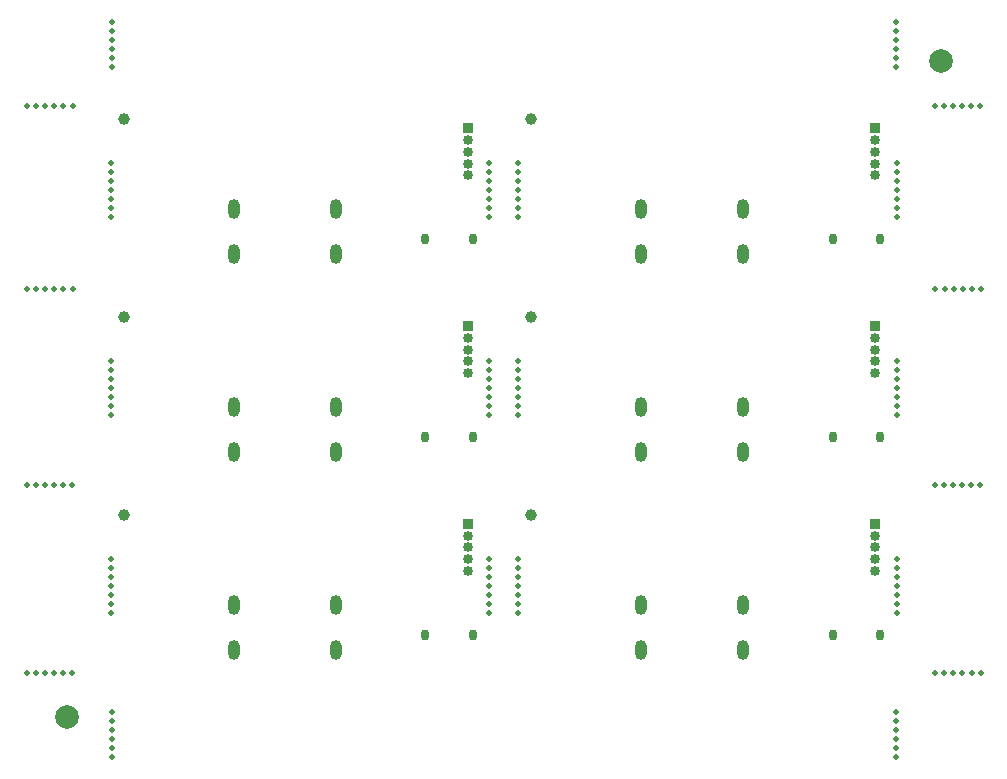
<source format=gbr>
%TF.GenerationSoftware,KiCad,Pcbnew,(5.1.9)-1*%
%TF.CreationDate,2021-11-10T23:35:07-06:00*%
%TF.ProjectId,CC_BT_PANELIZED,43435f42-545f-4504-914e-454c495a4544,000*%
%TF.SameCoordinates,Original*%
%TF.FileFunction,Soldermask,Bot*%
%TF.FilePolarity,Negative*%
%FSLAX46Y46*%
G04 Gerber Fmt 4.6, Leading zero omitted, Abs format (unit mm)*
G04 Created by KiCad (PCBNEW (5.1.9)-1) date 2021-11-10 23:35:07*
%MOMM*%
%LPD*%
G01*
G04 APERTURE LIST*
%ADD10O,1.000000X1.700000*%
%ADD11O,0.850000X0.850000*%
%ADD12R,0.850000X0.850000*%
%ADD13O,0.700000X0.950000*%
%ADD14C,1.000000*%
%ADD15C,0.500000*%
%ADD16C,2.000000*%
G04 APERTURE END LIST*
D10*
%TO.C,J1*%
X122160000Y-83990000D03*
X113520000Y-80190000D03*
X122160000Y-80190000D03*
X113520000Y-83990000D03*
%TD*%
%TO.C,J1*%
X87660000Y-83990000D03*
X79020000Y-80190000D03*
X87660000Y-80190000D03*
X79020000Y-83990000D03*
%TD*%
%TO.C,J1*%
X122160000Y-67240000D03*
X113520000Y-63440000D03*
X122160000Y-63440000D03*
X113520000Y-67240000D03*
%TD*%
%TO.C,J1*%
X87660000Y-67240000D03*
X79020000Y-63440000D03*
X87660000Y-63440000D03*
X79020000Y-67240000D03*
%TD*%
%TO.C,J1*%
X122160000Y-50490000D03*
X113520000Y-46690000D03*
X122160000Y-46690000D03*
X113520000Y-50490000D03*
%TD*%
D11*
%TO.C,J3*%
X133350000Y-77330000D03*
X133350000Y-76330000D03*
X133350000Y-75330000D03*
X133350000Y-74330000D03*
D12*
X133350000Y-73330000D03*
%TD*%
D11*
%TO.C,J3*%
X98850000Y-77330000D03*
X98850000Y-76330000D03*
X98850000Y-75330000D03*
X98850000Y-74330000D03*
D12*
X98850000Y-73330000D03*
%TD*%
D11*
%TO.C,J3*%
X133350000Y-60580000D03*
X133350000Y-59580000D03*
X133350000Y-58580000D03*
X133350000Y-57580000D03*
D12*
X133350000Y-56580000D03*
%TD*%
D11*
%TO.C,J3*%
X98850000Y-60580000D03*
X98850000Y-59580000D03*
X98850000Y-58580000D03*
X98850000Y-57580000D03*
D12*
X98850000Y-56580000D03*
%TD*%
D11*
%TO.C,J3*%
X133350000Y-43830000D03*
X133350000Y-42830000D03*
X133350000Y-41830000D03*
X133350000Y-40830000D03*
D12*
X133350000Y-39830000D03*
%TD*%
D13*
%TO.C,SW1*%
X129735000Y-82730000D03*
X133785000Y-82730000D03*
%TD*%
%TO.C,SW1*%
X95235000Y-82730000D03*
X99285000Y-82730000D03*
%TD*%
%TO.C,SW1*%
X129735000Y-65980000D03*
X133785000Y-65980000D03*
%TD*%
%TO.C,SW1*%
X95235000Y-65980000D03*
X99285000Y-65980000D03*
%TD*%
%TO.C,SW1*%
X129735000Y-49230000D03*
X133785000Y-49230000D03*
%TD*%
D14*
%TO.C,REF\u002A\u002A*%
X104220000Y-72550000D03*
%TD*%
%TO.C,REF\u002A\u002A*%
X69720000Y-72550000D03*
%TD*%
%TO.C,REF\u002A\u002A*%
X104220000Y-55800000D03*
%TD*%
%TO.C,REF\u002A\u002A*%
X69720000Y-55800000D03*
%TD*%
%TO.C,REF\u002A\u002A*%
X104220000Y-39050000D03*
%TD*%
D15*
%TO.C,REF\u002A\u002A*%
X135175000Y-79340000D03*
%TD*%
%TO.C,REF\u002A\u002A*%
X135175000Y-62590000D03*
%TD*%
%TO.C,REF\u002A\u002A*%
X135175000Y-77810000D03*
%TD*%
%TO.C,REF\u002A\u002A*%
X135175000Y-61060000D03*
%TD*%
%TO.C,REF\u002A\u002A*%
X135175000Y-80870000D03*
%TD*%
%TO.C,REF\u002A\u002A*%
X135175000Y-64120000D03*
%TD*%
%TO.C,REF\u002A\u002A*%
X135175000Y-78575000D03*
%TD*%
%TO.C,REF\u002A\u002A*%
X135175000Y-61825000D03*
%TD*%
%TO.C,REF\u002A\u002A*%
X135175000Y-80105000D03*
%TD*%
%TO.C,REF\u002A\u002A*%
X135175000Y-63355000D03*
%TD*%
%TO.C,REF\u002A\u002A*%
X135175000Y-76280000D03*
%TD*%
%TO.C,REF\u002A\u002A*%
X135175000Y-59530000D03*
%TD*%
%TO.C,REF\u002A\u002A*%
X68625000Y-77045000D03*
%TD*%
%TO.C,REF\u002A\u002A*%
X68625000Y-60295000D03*
%TD*%
%TO.C,REF\u002A\u002A*%
X68625000Y-77810000D03*
%TD*%
%TO.C,REF\u002A\u002A*%
X68625000Y-61060000D03*
%TD*%
%TO.C,REF\u002A\u002A*%
X68625000Y-79340000D03*
%TD*%
%TO.C,REF\u002A\u002A*%
X68625000Y-62590000D03*
%TD*%
%TO.C,REF\u002A\u002A*%
X68625000Y-78575000D03*
%TD*%
%TO.C,REF\u002A\u002A*%
X68625000Y-61825000D03*
%TD*%
%TO.C,REF\u002A\u002A*%
X103125000Y-76280000D03*
%TD*%
%TO.C,REF\u002A\u002A*%
X103125000Y-59530000D03*
%TD*%
%TO.C,REF\u002A\u002A*%
X103125000Y-78575000D03*
%TD*%
%TO.C,REF\u002A\u002A*%
X103125000Y-61825000D03*
%TD*%
%TO.C,REF\u002A\u002A*%
X103125000Y-77045000D03*
%TD*%
%TO.C,REF\u002A\u002A*%
X103125000Y-60295000D03*
%TD*%
%TO.C,REF\u002A\u002A*%
X68625000Y-76280000D03*
%TD*%
%TO.C,REF\u002A\u002A*%
X68625000Y-59530000D03*
%TD*%
%TO.C,REF\u002A\u002A*%
X135175000Y-77045000D03*
%TD*%
%TO.C,REF\u002A\u002A*%
X135175000Y-60295000D03*
%TD*%
%TO.C,REF\u002A\u002A*%
X68625000Y-80105000D03*
%TD*%
%TO.C,REF\u002A\u002A*%
X68625000Y-63355000D03*
%TD*%
%TO.C,REF\u002A\u002A*%
X68625000Y-80870000D03*
%TD*%
%TO.C,REF\u002A\u002A*%
X68625000Y-64120000D03*
%TD*%
%TO.C,REF\u002A\u002A*%
X100675000Y-77045000D03*
%TD*%
%TO.C,REF\u002A\u002A*%
X100675000Y-60295000D03*
%TD*%
%TO.C,REF\u002A\u002A*%
X100675000Y-78575000D03*
%TD*%
%TO.C,REF\u002A\u002A*%
X100675000Y-61825000D03*
%TD*%
%TO.C,REF\u002A\u002A*%
X100675000Y-80105000D03*
%TD*%
%TO.C,REF\u002A\u002A*%
X100675000Y-63355000D03*
%TD*%
%TO.C,REF\u002A\u002A*%
X100675000Y-76280000D03*
%TD*%
%TO.C,REF\u002A\u002A*%
X100675000Y-59530000D03*
%TD*%
%TO.C,REF\u002A\u002A*%
X103125000Y-80870000D03*
%TD*%
%TO.C,REF\u002A\u002A*%
X103125000Y-64120000D03*
%TD*%
%TO.C,REF\u002A\u002A*%
X103125000Y-77810000D03*
%TD*%
%TO.C,REF\u002A\u002A*%
X103125000Y-61060000D03*
%TD*%
%TO.C,REF\u002A\u002A*%
X100675000Y-80870000D03*
%TD*%
%TO.C,REF\u002A\u002A*%
X100675000Y-64120000D03*
%TD*%
%TO.C,REF\u002A\u002A*%
X103125000Y-80105000D03*
%TD*%
%TO.C,REF\u002A\u002A*%
X103125000Y-63355000D03*
%TD*%
%TO.C,REF\u002A\u002A*%
X100675000Y-79340000D03*
%TD*%
%TO.C,REF\u002A\u002A*%
X100675000Y-62590000D03*
%TD*%
%TO.C,REF\u002A\u002A*%
X100675000Y-77810000D03*
%TD*%
%TO.C,REF\u002A\u002A*%
X100675000Y-61060000D03*
%TD*%
%TO.C,REF\u002A\u002A*%
X103125000Y-79340000D03*
%TD*%
%TO.C,REF\u002A\u002A*%
X103125000Y-62590000D03*
%TD*%
%TO.C,REF\u002A\u002A*%
X64614000Y-70060000D03*
%TD*%
%TO.C,REF\u002A\u002A*%
X63848000Y-70060000D03*
%TD*%
%TO.C,REF\u002A\u002A*%
X65380000Y-70060000D03*
%TD*%
%TO.C,REF\u002A\u002A*%
X62316000Y-70060000D03*
%TD*%
%TO.C,REF\u002A\u002A*%
X63082000Y-70060000D03*
%TD*%
%TO.C,REF\u002A\u002A*%
X61550000Y-70060000D03*
%TD*%
%TO.C,REF\u002A\u002A*%
X64624000Y-53420000D03*
%TD*%
%TO.C,REF\u002A\u002A*%
X63858000Y-53420000D03*
%TD*%
%TO.C,REF\u002A\u002A*%
X65390000Y-53420000D03*
%TD*%
%TO.C,REF\u002A\u002A*%
X62326000Y-53420000D03*
%TD*%
%TO.C,REF\u002A\u002A*%
X63092000Y-53420000D03*
%TD*%
%TO.C,REF\u002A\u002A*%
X61560000Y-53420000D03*
%TD*%
%TO.C,REF\u002A\u002A*%
X141484000Y-70060000D03*
%TD*%
%TO.C,REF\u002A\u002A*%
X140718000Y-70060000D03*
%TD*%
%TO.C,REF\u002A\u002A*%
X142250000Y-70060000D03*
%TD*%
%TO.C,REF\u002A\u002A*%
X139186000Y-70060000D03*
%TD*%
%TO.C,REF\u002A\u002A*%
X139952000Y-70060000D03*
%TD*%
%TO.C,REF\u002A\u002A*%
X138420000Y-70060000D03*
%TD*%
%TO.C,REF\u002A\u002A*%
X141514000Y-53420000D03*
%TD*%
%TO.C,REF\u002A\u002A*%
X140748000Y-53420000D03*
%TD*%
%TO.C,REF\u002A\u002A*%
X142280000Y-53420000D03*
%TD*%
%TO.C,REF\u002A\u002A*%
X139216000Y-53420000D03*
%TD*%
%TO.C,REF\u002A\u002A*%
X139982000Y-53420000D03*
%TD*%
%TO.C,REF\u002A\u002A*%
X138450000Y-53420000D03*
%TD*%
%TO.C,REF\u002A\u002A*%
X135175000Y-47370000D03*
%TD*%
%TO.C,REF\u002A\u002A*%
X135175000Y-44310000D03*
%TD*%
%TO.C,REF\u002A\u002A*%
X135175000Y-45840000D03*
%TD*%
%TO.C,REF\u002A\u002A*%
X135175000Y-42780000D03*
%TD*%
%TO.C,REF\u002A\u002A*%
X135175000Y-46605000D03*
%TD*%
%TO.C,REF\u002A\u002A*%
X135175000Y-45075000D03*
%TD*%
%TO.C,REF\u002A\u002A*%
X135175000Y-43545000D03*
%TD*%
%TO.C,REF\u002A\u002A*%
X103125000Y-46605000D03*
%TD*%
%TO.C,REF\u002A\u002A*%
X103125000Y-45075000D03*
%TD*%
%TO.C,REF\u002A\u002A*%
X103125000Y-43545000D03*
%TD*%
%TO.C,REF\u002A\u002A*%
X103125000Y-44310000D03*
%TD*%
%TO.C,REF\u002A\u002A*%
X103125000Y-42780000D03*
%TD*%
%TO.C,REF\u002A\u002A*%
X103125000Y-47370000D03*
%TD*%
%TO.C,REF\u002A\u002A*%
X103125000Y-45840000D03*
%TD*%
%TO.C,REF\u002A\u002A*%
X100675000Y-47370000D03*
%TD*%
%TO.C,REF\u002A\u002A*%
X100675000Y-44310000D03*
%TD*%
%TO.C,REF\u002A\u002A*%
X100675000Y-45840000D03*
%TD*%
%TO.C,REF\u002A\u002A*%
X100675000Y-42780000D03*
%TD*%
%TO.C,REF\u002A\u002A*%
X100675000Y-46605000D03*
%TD*%
%TO.C,REF\u002A\u002A*%
X100675000Y-45075000D03*
%TD*%
%TO.C,REF\u002A\u002A*%
X100675000Y-43545000D03*
%TD*%
%TO.C,REF\u002A\u002A*%
X68625000Y-47370000D03*
%TD*%
%TO.C,REF\u002A\u002A*%
X68625000Y-42780000D03*
%TD*%
%TO.C,REF\u002A\u002A*%
X68625000Y-46605000D03*
%TD*%
%TO.C,REF\u002A\u002A*%
X68625000Y-45075000D03*
%TD*%
%TO.C,REF\u002A\u002A*%
X68625000Y-45840000D03*
%TD*%
%TO.C,REF\u002A\u002A*%
X68625000Y-44310000D03*
%TD*%
%TO.C,REF\u002A\u002A*%
X68625000Y-43545000D03*
%TD*%
D16*
%TO.C,REF\u002A\u002A*%
X138884263Y-34150000D03*
%TD*%
%TO.C,REF\u002A\u002A*%
X64905737Y-89710000D03*
%TD*%
D15*
%TO.C,REF\u002A\u002A*%
X68710000Y-89220000D03*
%TD*%
%TO.C,REF\u002A\u002A*%
X68710000Y-89986000D03*
%TD*%
%TO.C,REF\u002A\u002A*%
X68710000Y-93050000D03*
%TD*%
%TO.C,REF\u002A\u002A*%
X68710000Y-92284000D03*
%TD*%
%TO.C,REF\u002A\u002A*%
X68710000Y-90752000D03*
%TD*%
%TO.C,REF\u002A\u002A*%
X68710000Y-91518000D03*
%TD*%
%TO.C,REF\u002A\u002A*%
X135080000Y-89280000D03*
%TD*%
%TO.C,REF\u002A\u002A*%
X135080000Y-90046000D03*
%TD*%
%TO.C,REF\u002A\u002A*%
X135080000Y-93110000D03*
%TD*%
%TO.C,REF\u002A\u002A*%
X135080000Y-92344000D03*
%TD*%
%TO.C,REF\u002A\u002A*%
X135080000Y-90812000D03*
%TD*%
%TO.C,REF\u002A\u002A*%
X135080000Y-91578000D03*
%TD*%
%TO.C,REF\u002A\u002A*%
X135080000Y-30820000D03*
%TD*%
%TO.C,REF\u002A\u002A*%
X135080000Y-31586000D03*
%TD*%
%TO.C,REF\u002A\u002A*%
X135080000Y-34650000D03*
%TD*%
%TO.C,REF\u002A\u002A*%
X135080000Y-33884000D03*
%TD*%
%TO.C,REF\u002A\u002A*%
X135080000Y-32352000D03*
%TD*%
%TO.C,REF\u002A\u002A*%
X135080000Y-33118000D03*
%TD*%
%TO.C,REF\u002A\u002A*%
X68700000Y-30810000D03*
%TD*%
%TO.C,REF\u002A\u002A*%
X68700000Y-31576000D03*
%TD*%
%TO.C,REF\u002A\u002A*%
X68700000Y-34640000D03*
%TD*%
%TO.C,REF\u002A\u002A*%
X68700000Y-33874000D03*
%TD*%
%TO.C,REF\u002A\u002A*%
X68700000Y-32342000D03*
%TD*%
%TO.C,REF\u002A\u002A*%
X68700000Y-33108000D03*
%TD*%
%TO.C,REF\u002A\u002A*%
X140718000Y-37960000D03*
%TD*%
%TO.C,REF\u002A\u002A*%
X141484000Y-37960000D03*
%TD*%
%TO.C,REF\u002A\u002A*%
X142250000Y-37960000D03*
%TD*%
%TO.C,REF\u002A\u002A*%
X138420000Y-37960000D03*
%TD*%
%TO.C,REF\u002A\u002A*%
X139186000Y-37960000D03*
%TD*%
%TO.C,REF\u002A\u002A*%
X139952000Y-37960000D03*
%TD*%
%TO.C,REF\u002A\u002A*%
X140738000Y-85930000D03*
%TD*%
%TO.C,REF\u002A\u002A*%
X141504000Y-85930000D03*
%TD*%
%TO.C,REF\u002A\u002A*%
X142270000Y-85930000D03*
%TD*%
%TO.C,REF\u002A\u002A*%
X138440000Y-85930000D03*
%TD*%
%TO.C,REF\u002A\u002A*%
X139206000Y-85930000D03*
%TD*%
%TO.C,REF\u002A\u002A*%
X139972000Y-85930000D03*
%TD*%
%TO.C,REF\u002A\u002A*%
X63828000Y-85920000D03*
%TD*%
%TO.C,REF\u002A\u002A*%
X64594000Y-85920000D03*
%TD*%
%TO.C,REF\u002A\u002A*%
X65360000Y-85920000D03*
%TD*%
%TO.C,REF\u002A\u002A*%
X61530000Y-85920000D03*
%TD*%
%TO.C,REF\u002A\u002A*%
X62296000Y-85920000D03*
%TD*%
%TO.C,REF\u002A\u002A*%
X63062000Y-85920000D03*
%TD*%
%TO.C,REF\u002A\u002A*%
X61560000Y-37960000D03*
%TD*%
%TO.C,REF\u002A\u002A*%
X62326000Y-37960000D03*
%TD*%
%TO.C,REF\u002A\u002A*%
X63092000Y-37960000D03*
%TD*%
%TO.C,REF\u002A\u002A*%
X63858000Y-37960000D03*
%TD*%
%TO.C,REF\u002A\u002A*%
X64624000Y-37960000D03*
%TD*%
%TO.C,REF\u002A\u002A*%
X65390000Y-37960000D03*
%TD*%
D13*
%TO.C,SW1*%
X99285000Y-49230000D03*
X95235000Y-49230000D03*
%TD*%
D10*
%TO.C,J1*%
X79020000Y-50490000D03*
X87660000Y-46690000D03*
X79020000Y-46690000D03*
X87660000Y-50490000D03*
%TD*%
D12*
%TO.C,J3*%
X98850000Y-39830000D03*
D11*
X98850000Y-40830000D03*
X98850000Y-41830000D03*
X98850000Y-42830000D03*
X98850000Y-43830000D03*
%TD*%
D14*
%TO.C,REF\u002A\u002A*%
X69720000Y-39050000D03*
%TD*%
M02*

</source>
